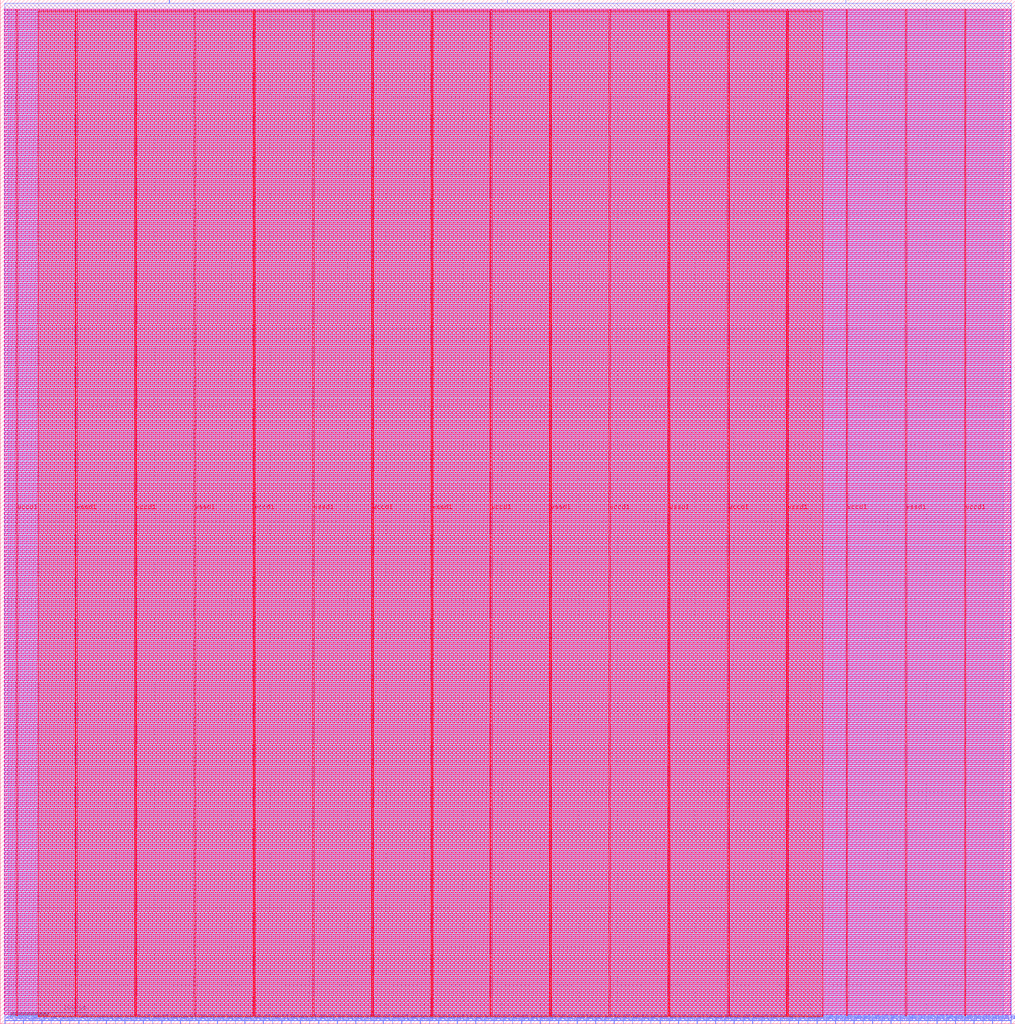
<source format=lef>
VERSION 5.7 ;
  NOWIREEXTENSIONATPIN ON ;
  DIVIDERCHAR "/" ;
  BUSBITCHARS "[]" ;
MACRO sudoku_accelerator_wrapper
  CLASS BLOCK ;
  FOREIGN sudoku_accelerator_wrapper ;
  ORIGIN 0.000 0.000 ;
  SIZE 1315.435 BY 1326.155 ;
  PIN la_rst
    DIRECTION INPUT ;
    USE SIGNAL ;
    PORT
      LAYER met2 ;
        RECT 1273.830 0.000 1274.110 4.000 ;
    END
  END la_rst
  PIN ser_rx
    DIRECTION INPUT ;
    USE SIGNAL ;
    PORT
      LAYER met2 ;
        RECT 219.050 1322.155 219.330 1326.155 ;
    END
  END ser_rx
  PIN ser_tx
    DIRECTION OUTPUT TRISTATE ;
    USE SIGNAL ;
    PORT
      LAYER met2 ;
        RECT 657.430 1322.155 657.710 1326.155 ;
    END
  END ser_tx
  PIN ser_tx_oeb
    DIRECTION OUTPUT TRISTATE ;
    USE SIGNAL ;
    PORT
      LAYER met2 ;
        RECT 1095.810 1322.155 1096.090 1326.155 ;
    END
  END ser_tx_oeb
  PIN user_irq[0]
    DIRECTION OUTPUT TRISTATE ;
    USE SIGNAL ;
    PORT
      LAYER met2 ;
        RECT 1285.790 0.000 1286.070 4.000 ;
    END
  END user_irq[0]
  PIN user_irq[1]
    DIRECTION OUTPUT TRISTATE ;
    USE SIGNAL ;
    PORT
      LAYER met2 ;
        RECT 1297.750 0.000 1298.030 4.000 ;
    END
  END user_irq[1]
  PIN user_irq[2]
    DIRECTION OUTPUT TRISTATE ;
    USE SIGNAL ;
    PORT
      LAYER met2 ;
        RECT 1309.710 0.000 1309.990 4.000 ;
    END
  END user_irq[2]
  PIN vccd1
    DIRECTION INPUT ;
    USE POWER ;
    PORT
      LAYER met4 ;
        RECT 21.040 10.640 22.640 1314.000 ;
    END
    PORT
      LAYER met4 ;
        RECT 174.640 10.640 176.240 1314.000 ;
    END
    PORT
      LAYER met4 ;
        RECT 328.240 10.640 329.840 1314.000 ;
    END
    PORT
      LAYER met4 ;
        RECT 481.840 10.640 483.440 1314.000 ;
    END
    PORT
      LAYER met4 ;
        RECT 635.440 10.640 637.040 1314.000 ;
    END
    PORT
      LAYER met4 ;
        RECT 789.040 10.640 790.640 1314.000 ;
    END
    PORT
      LAYER met4 ;
        RECT 942.640 10.640 944.240 1314.000 ;
    END
    PORT
      LAYER met4 ;
        RECT 1096.240 10.640 1097.840 1314.000 ;
    END
    PORT
      LAYER met4 ;
        RECT 1249.840 10.640 1251.440 1314.000 ;
    END
  END vccd1
  PIN vssd1
    DIRECTION INPUT ;
    USE GROUND ;
    PORT
      LAYER met4 ;
        RECT 97.840 10.640 99.440 1314.000 ;
    END
    PORT
      LAYER met4 ;
        RECT 251.440 10.640 253.040 1314.000 ;
    END
    PORT
      LAYER met4 ;
        RECT 405.040 10.640 406.640 1314.000 ;
    END
    PORT
      LAYER met4 ;
        RECT 558.640 10.640 560.240 1314.000 ;
    END
    PORT
      LAYER met4 ;
        RECT 712.240 10.640 713.840 1314.000 ;
    END
    PORT
      LAYER met4 ;
        RECT 865.840 10.640 867.440 1314.000 ;
    END
    PORT
      LAYER met4 ;
        RECT 1019.440 10.640 1021.040 1314.000 ;
    END
    PORT
      LAYER met4 ;
        RECT 1173.040 10.640 1174.640 1314.000 ;
    END
  END vssd1
  PIN wb_ack_o
    DIRECTION OUTPUT TRISTATE ;
    USE SIGNAL ;
    PORT
      LAYER met2 ;
        RECT 6.070 0.000 6.350 4.000 ;
    END
  END wb_ack_o
  PIN wb_adr_i[0]
    DIRECTION INPUT ;
    USE SIGNAL ;
    PORT
      LAYER met2 ;
        RECT 77.830 0.000 78.110 4.000 ;
    END
  END wb_adr_i[0]
  PIN wb_adr_i[10]
    DIRECTION INPUT ;
    USE SIGNAL ;
    PORT
      LAYER met2 ;
        RECT 484.470 0.000 484.750 4.000 ;
    END
  END wb_adr_i[10]
  PIN wb_adr_i[11]
    DIRECTION INPUT ;
    USE SIGNAL ;
    PORT
      LAYER met2 ;
        RECT 520.350 0.000 520.630 4.000 ;
    END
  END wb_adr_i[11]
  PIN wb_adr_i[12]
    DIRECTION INPUT ;
    USE SIGNAL ;
    PORT
      LAYER met2 ;
        RECT 556.230 0.000 556.510 4.000 ;
    END
  END wb_adr_i[12]
  PIN wb_adr_i[13]
    DIRECTION INPUT ;
    USE SIGNAL ;
    PORT
      LAYER met2 ;
        RECT 592.110 0.000 592.390 4.000 ;
    END
  END wb_adr_i[13]
  PIN wb_adr_i[14]
    DIRECTION INPUT ;
    USE SIGNAL ;
    PORT
      LAYER met2 ;
        RECT 627.990 0.000 628.270 4.000 ;
    END
  END wb_adr_i[14]
  PIN wb_adr_i[15]
    DIRECTION INPUT ;
    USE SIGNAL ;
    PORT
      LAYER met2 ;
        RECT 663.870 0.000 664.150 4.000 ;
    END
  END wb_adr_i[15]
  PIN wb_adr_i[16]
    DIRECTION INPUT ;
    USE SIGNAL ;
    PORT
      LAYER met2 ;
        RECT 699.750 0.000 700.030 4.000 ;
    END
  END wb_adr_i[16]
  PIN wb_adr_i[17]
    DIRECTION INPUT ;
    USE SIGNAL ;
    PORT
      LAYER met2 ;
        RECT 735.630 0.000 735.910 4.000 ;
    END
  END wb_adr_i[17]
  PIN wb_adr_i[18]
    DIRECTION INPUT ;
    USE SIGNAL ;
    PORT
      LAYER met2 ;
        RECT 771.510 0.000 771.790 4.000 ;
    END
  END wb_adr_i[18]
  PIN wb_adr_i[19]
    DIRECTION INPUT ;
    USE SIGNAL ;
    PORT
      LAYER met2 ;
        RECT 807.390 0.000 807.670 4.000 ;
    END
  END wb_adr_i[19]
  PIN wb_adr_i[1]
    DIRECTION INPUT ;
    USE SIGNAL ;
    PORT
      LAYER met2 ;
        RECT 125.670 0.000 125.950 4.000 ;
    END
  END wb_adr_i[1]
  PIN wb_adr_i[20]
    DIRECTION INPUT ;
    USE SIGNAL ;
    PORT
      LAYER met2 ;
        RECT 843.270 0.000 843.550 4.000 ;
    END
  END wb_adr_i[20]
  PIN wb_adr_i[21]
    DIRECTION INPUT ;
    USE SIGNAL ;
    PORT
      LAYER met2 ;
        RECT 879.150 0.000 879.430 4.000 ;
    END
  END wb_adr_i[21]
  PIN wb_adr_i[22]
    DIRECTION INPUT ;
    USE SIGNAL ;
    PORT
      LAYER met2 ;
        RECT 915.030 0.000 915.310 4.000 ;
    END
  END wb_adr_i[22]
  PIN wb_adr_i[23]
    DIRECTION INPUT ;
    USE SIGNAL ;
    PORT
      LAYER met2 ;
        RECT 950.910 0.000 951.190 4.000 ;
    END
  END wb_adr_i[23]
  PIN wb_adr_i[24]
    DIRECTION INPUT ;
    USE SIGNAL ;
    PORT
      LAYER met2 ;
        RECT 986.790 0.000 987.070 4.000 ;
    END
  END wb_adr_i[24]
  PIN wb_adr_i[25]
    DIRECTION INPUT ;
    USE SIGNAL ;
    PORT
      LAYER met2 ;
        RECT 1022.670 0.000 1022.950 4.000 ;
    END
  END wb_adr_i[25]
  PIN wb_adr_i[26]
    DIRECTION INPUT ;
    USE SIGNAL ;
    PORT
      LAYER met2 ;
        RECT 1058.550 0.000 1058.830 4.000 ;
    END
  END wb_adr_i[26]
  PIN wb_adr_i[27]
    DIRECTION INPUT ;
    USE SIGNAL ;
    PORT
      LAYER met2 ;
        RECT 1094.430 0.000 1094.710 4.000 ;
    END
  END wb_adr_i[27]
  PIN wb_adr_i[28]
    DIRECTION INPUT ;
    USE SIGNAL ;
    PORT
      LAYER met2 ;
        RECT 1130.310 0.000 1130.590 4.000 ;
    END
  END wb_adr_i[28]
  PIN wb_adr_i[29]
    DIRECTION INPUT ;
    USE SIGNAL ;
    PORT
      LAYER met2 ;
        RECT 1166.190 0.000 1166.470 4.000 ;
    END
  END wb_adr_i[29]
  PIN wb_adr_i[2]
    DIRECTION INPUT ;
    USE SIGNAL ;
    PORT
      LAYER met2 ;
        RECT 173.510 0.000 173.790 4.000 ;
    END
  END wb_adr_i[2]
  PIN wb_adr_i[30]
    DIRECTION INPUT ;
    USE SIGNAL ;
    PORT
      LAYER met2 ;
        RECT 1202.070 0.000 1202.350 4.000 ;
    END
  END wb_adr_i[30]
  PIN wb_adr_i[31]
    DIRECTION INPUT ;
    USE SIGNAL ;
    PORT
      LAYER met2 ;
        RECT 1237.950 0.000 1238.230 4.000 ;
    END
  END wb_adr_i[31]
  PIN wb_adr_i[3]
    DIRECTION INPUT ;
    USE SIGNAL ;
    PORT
      LAYER met2 ;
        RECT 221.350 0.000 221.630 4.000 ;
    END
  END wb_adr_i[3]
  PIN wb_adr_i[4]
    DIRECTION INPUT ;
    USE SIGNAL ;
    PORT
      LAYER met2 ;
        RECT 269.190 0.000 269.470 4.000 ;
    END
  END wb_adr_i[4]
  PIN wb_adr_i[5]
    DIRECTION INPUT ;
    USE SIGNAL ;
    PORT
      LAYER met2 ;
        RECT 305.070 0.000 305.350 4.000 ;
    END
  END wb_adr_i[5]
  PIN wb_adr_i[6]
    DIRECTION INPUT ;
    USE SIGNAL ;
    PORT
      LAYER met2 ;
        RECT 340.950 0.000 341.230 4.000 ;
    END
  END wb_adr_i[6]
  PIN wb_adr_i[7]
    DIRECTION INPUT ;
    USE SIGNAL ;
    PORT
      LAYER met2 ;
        RECT 376.830 0.000 377.110 4.000 ;
    END
  END wb_adr_i[7]
  PIN wb_adr_i[8]
    DIRECTION INPUT ;
    USE SIGNAL ;
    PORT
      LAYER met2 ;
        RECT 412.710 0.000 412.990 4.000 ;
    END
  END wb_adr_i[8]
  PIN wb_adr_i[9]
    DIRECTION INPUT ;
    USE SIGNAL ;
    PORT
      LAYER met2 ;
        RECT 448.590 0.000 448.870 4.000 ;
    END
  END wb_adr_i[9]
  PIN wb_clk_i
    DIRECTION INPUT ;
    USE SIGNAL ;
    PORT
      LAYER met2 ;
        RECT 18.030 0.000 18.310 4.000 ;
    END
  END wb_clk_i
  PIN wb_cyc_i
    DIRECTION INPUT ;
    USE SIGNAL ;
    PORT
      LAYER met2 ;
        RECT 29.990 0.000 30.270 4.000 ;
    END
  END wb_cyc_i
  PIN wb_dat_i[0]
    DIRECTION INPUT ;
    USE SIGNAL ;
    PORT
      LAYER met2 ;
        RECT 89.790 0.000 90.070 4.000 ;
    END
  END wb_dat_i[0]
  PIN wb_dat_i[10]
    DIRECTION INPUT ;
    USE SIGNAL ;
    PORT
      LAYER met2 ;
        RECT 496.430 0.000 496.710 4.000 ;
    END
  END wb_dat_i[10]
  PIN wb_dat_i[11]
    DIRECTION INPUT ;
    USE SIGNAL ;
    PORT
      LAYER met2 ;
        RECT 532.310 0.000 532.590 4.000 ;
    END
  END wb_dat_i[11]
  PIN wb_dat_i[12]
    DIRECTION INPUT ;
    USE SIGNAL ;
    PORT
      LAYER met2 ;
        RECT 568.190 0.000 568.470 4.000 ;
    END
  END wb_dat_i[12]
  PIN wb_dat_i[13]
    DIRECTION INPUT ;
    USE SIGNAL ;
    PORT
      LAYER met2 ;
        RECT 604.070 0.000 604.350 4.000 ;
    END
  END wb_dat_i[13]
  PIN wb_dat_i[14]
    DIRECTION INPUT ;
    USE SIGNAL ;
    PORT
      LAYER met2 ;
        RECT 639.950 0.000 640.230 4.000 ;
    END
  END wb_dat_i[14]
  PIN wb_dat_i[15]
    DIRECTION INPUT ;
    USE SIGNAL ;
    PORT
      LAYER met2 ;
        RECT 675.830 0.000 676.110 4.000 ;
    END
  END wb_dat_i[15]
  PIN wb_dat_i[16]
    DIRECTION INPUT ;
    USE SIGNAL ;
    PORT
      LAYER met2 ;
        RECT 711.710 0.000 711.990 4.000 ;
    END
  END wb_dat_i[16]
  PIN wb_dat_i[17]
    DIRECTION INPUT ;
    USE SIGNAL ;
    PORT
      LAYER met2 ;
        RECT 747.590 0.000 747.870 4.000 ;
    END
  END wb_dat_i[17]
  PIN wb_dat_i[18]
    DIRECTION INPUT ;
    USE SIGNAL ;
    PORT
      LAYER met2 ;
        RECT 783.470 0.000 783.750 4.000 ;
    END
  END wb_dat_i[18]
  PIN wb_dat_i[19]
    DIRECTION INPUT ;
    USE SIGNAL ;
    PORT
      LAYER met2 ;
        RECT 819.350 0.000 819.630 4.000 ;
    END
  END wb_dat_i[19]
  PIN wb_dat_i[1]
    DIRECTION INPUT ;
    USE SIGNAL ;
    PORT
      LAYER met2 ;
        RECT 137.630 0.000 137.910 4.000 ;
    END
  END wb_dat_i[1]
  PIN wb_dat_i[20]
    DIRECTION INPUT ;
    USE SIGNAL ;
    PORT
      LAYER met2 ;
        RECT 855.230 0.000 855.510 4.000 ;
    END
  END wb_dat_i[20]
  PIN wb_dat_i[21]
    DIRECTION INPUT ;
    USE SIGNAL ;
    PORT
      LAYER met2 ;
        RECT 891.110 0.000 891.390 4.000 ;
    END
  END wb_dat_i[21]
  PIN wb_dat_i[22]
    DIRECTION INPUT ;
    USE SIGNAL ;
    PORT
      LAYER met2 ;
        RECT 926.990 0.000 927.270 4.000 ;
    END
  END wb_dat_i[22]
  PIN wb_dat_i[23]
    DIRECTION INPUT ;
    USE SIGNAL ;
    PORT
      LAYER met2 ;
        RECT 962.870 0.000 963.150 4.000 ;
    END
  END wb_dat_i[23]
  PIN wb_dat_i[24]
    DIRECTION INPUT ;
    USE SIGNAL ;
    PORT
      LAYER met2 ;
        RECT 998.750 0.000 999.030 4.000 ;
    END
  END wb_dat_i[24]
  PIN wb_dat_i[25]
    DIRECTION INPUT ;
    USE SIGNAL ;
    PORT
      LAYER met2 ;
        RECT 1034.630 0.000 1034.910 4.000 ;
    END
  END wb_dat_i[25]
  PIN wb_dat_i[26]
    DIRECTION INPUT ;
    USE SIGNAL ;
    PORT
      LAYER met2 ;
        RECT 1070.510 0.000 1070.790 4.000 ;
    END
  END wb_dat_i[26]
  PIN wb_dat_i[27]
    DIRECTION INPUT ;
    USE SIGNAL ;
    PORT
      LAYER met2 ;
        RECT 1106.390 0.000 1106.670 4.000 ;
    END
  END wb_dat_i[27]
  PIN wb_dat_i[28]
    DIRECTION INPUT ;
    USE SIGNAL ;
    PORT
      LAYER met2 ;
        RECT 1142.270 0.000 1142.550 4.000 ;
    END
  END wb_dat_i[28]
  PIN wb_dat_i[29]
    DIRECTION INPUT ;
    USE SIGNAL ;
    PORT
      LAYER met2 ;
        RECT 1178.150 0.000 1178.430 4.000 ;
    END
  END wb_dat_i[29]
  PIN wb_dat_i[2]
    DIRECTION INPUT ;
    USE SIGNAL ;
    PORT
      LAYER met2 ;
        RECT 185.470 0.000 185.750 4.000 ;
    END
  END wb_dat_i[2]
  PIN wb_dat_i[30]
    DIRECTION INPUT ;
    USE SIGNAL ;
    PORT
      LAYER met2 ;
        RECT 1214.030 0.000 1214.310 4.000 ;
    END
  END wb_dat_i[30]
  PIN wb_dat_i[31]
    DIRECTION INPUT ;
    USE SIGNAL ;
    PORT
      LAYER met2 ;
        RECT 1249.910 0.000 1250.190 4.000 ;
    END
  END wb_dat_i[31]
  PIN wb_dat_i[3]
    DIRECTION INPUT ;
    USE SIGNAL ;
    PORT
      LAYER met2 ;
        RECT 233.310 0.000 233.590 4.000 ;
    END
  END wb_dat_i[3]
  PIN wb_dat_i[4]
    DIRECTION INPUT ;
    USE SIGNAL ;
    PORT
      LAYER met2 ;
        RECT 281.150 0.000 281.430 4.000 ;
    END
  END wb_dat_i[4]
  PIN wb_dat_i[5]
    DIRECTION INPUT ;
    USE SIGNAL ;
    PORT
      LAYER met2 ;
        RECT 317.030 0.000 317.310 4.000 ;
    END
  END wb_dat_i[5]
  PIN wb_dat_i[6]
    DIRECTION INPUT ;
    USE SIGNAL ;
    PORT
      LAYER met2 ;
        RECT 352.910 0.000 353.190 4.000 ;
    END
  END wb_dat_i[6]
  PIN wb_dat_i[7]
    DIRECTION INPUT ;
    USE SIGNAL ;
    PORT
      LAYER met2 ;
        RECT 388.790 0.000 389.070 4.000 ;
    END
  END wb_dat_i[7]
  PIN wb_dat_i[8]
    DIRECTION INPUT ;
    USE SIGNAL ;
    PORT
      LAYER met2 ;
        RECT 424.670 0.000 424.950 4.000 ;
    END
  END wb_dat_i[8]
  PIN wb_dat_i[9]
    DIRECTION INPUT ;
    USE SIGNAL ;
    PORT
      LAYER met2 ;
        RECT 460.550 0.000 460.830 4.000 ;
    END
  END wb_dat_i[9]
  PIN wb_dat_o[0]
    DIRECTION OUTPUT TRISTATE ;
    USE SIGNAL ;
    PORT
      LAYER met2 ;
        RECT 101.750 0.000 102.030 4.000 ;
    END
  END wb_dat_o[0]
  PIN wb_dat_o[10]
    DIRECTION OUTPUT TRISTATE ;
    USE SIGNAL ;
    PORT
      LAYER met2 ;
        RECT 508.390 0.000 508.670 4.000 ;
    END
  END wb_dat_o[10]
  PIN wb_dat_o[11]
    DIRECTION OUTPUT TRISTATE ;
    USE SIGNAL ;
    PORT
      LAYER met2 ;
        RECT 544.270 0.000 544.550 4.000 ;
    END
  END wb_dat_o[11]
  PIN wb_dat_o[12]
    DIRECTION OUTPUT TRISTATE ;
    USE SIGNAL ;
    PORT
      LAYER met2 ;
        RECT 580.150 0.000 580.430 4.000 ;
    END
  END wb_dat_o[12]
  PIN wb_dat_o[13]
    DIRECTION OUTPUT TRISTATE ;
    USE SIGNAL ;
    PORT
      LAYER met2 ;
        RECT 616.030 0.000 616.310 4.000 ;
    END
  END wb_dat_o[13]
  PIN wb_dat_o[14]
    DIRECTION OUTPUT TRISTATE ;
    USE SIGNAL ;
    PORT
      LAYER met2 ;
        RECT 651.910 0.000 652.190 4.000 ;
    END
  END wb_dat_o[14]
  PIN wb_dat_o[15]
    DIRECTION OUTPUT TRISTATE ;
    USE SIGNAL ;
    PORT
      LAYER met2 ;
        RECT 687.790 0.000 688.070 4.000 ;
    END
  END wb_dat_o[15]
  PIN wb_dat_o[16]
    DIRECTION OUTPUT TRISTATE ;
    USE SIGNAL ;
    PORT
      LAYER met2 ;
        RECT 723.670 0.000 723.950 4.000 ;
    END
  END wb_dat_o[16]
  PIN wb_dat_o[17]
    DIRECTION OUTPUT TRISTATE ;
    USE SIGNAL ;
    PORT
      LAYER met2 ;
        RECT 759.550 0.000 759.830 4.000 ;
    END
  END wb_dat_o[17]
  PIN wb_dat_o[18]
    DIRECTION OUTPUT TRISTATE ;
    USE SIGNAL ;
    PORT
      LAYER met2 ;
        RECT 795.430 0.000 795.710 4.000 ;
    END
  END wb_dat_o[18]
  PIN wb_dat_o[19]
    DIRECTION OUTPUT TRISTATE ;
    USE SIGNAL ;
    PORT
      LAYER met2 ;
        RECT 831.310 0.000 831.590 4.000 ;
    END
  END wb_dat_o[19]
  PIN wb_dat_o[1]
    DIRECTION OUTPUT TRISTATE ;
    USE SIGNAL ;
    PORT
      LAYER met2 ;
        RECT 149.590 0.000 149.870 4.000 ;
    END
  END wb_dat_o[1]
  PIN wb_dat_o[20]
    DIRECTION OUTPUT TRISTATE ;
    USE SIGNAL ;
    PORT
      LAYER met2 ;
        RECT 867.190 0.000 867.470 4.000 ;
    END
  END wb_dat_o[20]
  PIN wb_dat_o[21]
    DIRECTION OUTPUT TRISTATE ;
    USE SIGNAL ;
    PORT
      LAYER met2 ;
        RECT 903.070 0.000 903.350 4.000 ;
    END
  END wb_dat_o[21]
  PIN wb_dat_o[22]
    DIRECTION OUTPUT TRISTATE ;
    USE SIGNAL ;
    PORT
      LAYER met2 ;
        RECT 938.950 0.000 939.230 4.000 ;
    END
  END wb_dat_o[22]
  PIN wb_dat_o[23]
    DIRECTION OUTPUT TRISTATE ;
    USE SIGNAL ;
    PORT
      LAYER met2 ;
        RECT 974.830 0.000 975.110 4.000 ;
    END
  END wb_dat_o[23]
  PIN wb_dat_o[24]
    DIRECTION OUTPUT TRISTATE ;
    USE SIGNAL ;
    PORT
      LAYER met2 ;
        RECT 1010.710 0.000 1010.990 4.000 ;
    END
  END wb_dat_o[24]
  PIN wb_dat_o[25]
    DIRECTION OUTPUT TRISTATE ;
    USE SIGNAL ;
    PORT
      LAYER met2 ;
        RECT 1046.590 0.000 1046.870 4.000 ;
    END
  END wb_dat_o[25]
  PIN wb_dat_o[26]
    DIRECTION OUTPUT TRISTATE ;
    USE SIGNAL ;
    PORT
      LAYER met2 ;
        RECT 1082.470 0.000 1082.750 4.000 ;
    END
  END wb_dat_o[26]
  PIN wb_dat_o[27]
    DIRECTION OUTPUT TRISTATE ;
    USE SIGNAL ;
    PORT
      LAYER met2 ;
        RECT 1118.350 0.000 1118.630 4.000 ;
    END
  END wb_dat_o[27]
  PIN wb_dat_o[28]
    DIRECTION OUTPUT TRISTATE ;
    USE SIGNAL ;
    PORT
      LAYER met2 ;
        RECT 1154.230 0.000 1154.510 4.000 ;
    END
  END wb_dat_o[28]
  PIN wb_dat_o[29]
    DIRECTION OUTPUT TRISTATE ;
    USE SIGNAL ;
    PORT
      LAYER met2 ;
        RECT 1190.110 0.000 1190.390 4.000 ;
    END
  END wb_dat_o[29]
  PIN wb_dat_o[2]
    DIRECTION OUTPUT TRISTATE ;
    USE SIGNAL ;
    PORT
      LAYER met2 ;
        RECT 197.430 0.000 197.710 4.000 ;
    END
  END wb_dat_o[2]
  PIN wb_dat_o[30]
    DIRECTION OUTPUT TRISTATE ;
    USE SIGNAL ;
    PORT
      LAYER met2 ;
        RECT 1225.990 0.000 1226.270 4.000 ;
    END
  END wb_dat_o[30]
  PIN wb_dat_o[31]
    DIRECTION OUTPUT TRISTATE ;
    USE SIGNAL ;
    PORT
      LAYER met2 ;
        RECT 1261.870 0.000 1262.150 4.000 ;
    END
  END wb_dat_o[31]
  PIN wb_dat_o[3]
    DIRECTION OUTPUT TRISTATE ;
    USE SIGNAL ;
    PORT
      LAYER met2 ;
        RECT 245.270 0.000 245.550 4.000 ;
    END
  END wb_dat_o[3]
  PIN wb_dat_o[4]
    DIRECTION OUTPUT TRISTATE ;
    USE SIGNAL ;
    PORT
      LAYER met2 ;
        RECT 293.110 0.000 293.390 4.000 ;
    END
  END wb_dat_o[4]
  PIN wb_dat_o[5]
    DIRECTION OUTPUT TRISTATE ;
    USE SIGNAL ;
    PORT
      LAYER met2 ;
        RECT 328.990 0.000 329.270 4.000 ;
    END
  END wb_dat_o[5]
  PIN wb_dat_o[6]
    DIRECTION OUTPUT TRISTATE ;
    USE SIGNAL ;
    PORT
      LAYER met2 ;
        RECT 364.870 0.000 365.150 4.000 ;
    END
  END wb_dat_o[6]
  PIN wb_dat_o[7]
    DIRECTION OUTPUT TRISTATE ;
    USE SIGNAL ;
    PORT
      LAYER met2 ;
        RECT 400.750 0.000 401.030 4.000 ;
    END
  END wb_dat_o[7]
  PIN wb_dat_o[8]
    DIRECTION OUTPUT TRISTATE ;
    USE SIGNAL ;
    PORT
      LAYER met2 ;
        RECT 436.630 0.000 436.910 4.000 ;
    END
  END wb_dat_o[8]
  PIN wb_dat_o[9]
    DIRECTION OUTPUT TRISTATE ;
    USE SIGNAL ;
    PORT
      LAYER met2 ;
        RECT 472.510 0.000 472.790 4.000 ;
    END
  END wb_dat_o[9]
  PIN wb_rst_i
    DIRECTION INPUT ;
    USE SIGNAL ;
    PORT
      LAYER met2 ;
        RECT 41.950 0.000 42.230 4.000 ;
    END
  END wb_rst_i
  PIN wb_sel_i[0]
    DIRECTION INPUT ;
    USE SIGNAL ;
    PORT
      LAYER met2 ;
        RECT 113.710 0.000 113.990 4.000 ;
    END
  END wb_sel_i[0]
  PIN wb_sel_i[1]
    DIRECTION INPUT ;
    USE SIGNAL ;
    PORT
      LAYER met2 ;
        RECT 161.550 0.000 161.830 4.000 ;
    END
  END wb_sel_i[1]
  PIN wb_sel_i[2]
    DIRECTION INPUT ;
    USE SIGNAL ;
    PORT
      LAYER met2 ;
        RECT 209.390 0.000 209.670 4.000 ;
    END
  END wb_sel_i[2]
  PIN wb_sel_i[3]
    DIRECTION INPUT ;
    USE SIGNAL ;
    PORT
      LAYER met2 ;
        RECT 257.230 0.000 257.510 4.000 ;
    END
  END wb_sel_i[3]
  PIN wb_stb_i
    DIRECTION INPUT ;
    USE SIGNAL ;
    PORT
      LAYER met2 ;
        RECT 53.910 0.000 54.190 4.000 ;
    END
  END wb_stb_i
  PIN wb_we_i
    DIRECTION INPUT ;
    USE SIGNAL ;
    PORT
      LAYER met2 ;
        RECT 65.870 0.000 66.150 4.000 ;
    END
  END wb_we_i
  OBS
      LAYER nwell ;
        RECT 5.330 1312.345 1309.810 1313.950 ;
        RECT 5.330 1306.905 1309.810 1309.735 ;
        RECT 5.330 1301.465 1309.810 1304.295 ;
        RECT 5.330 1296.025 1309.810 1298.855 ;
        RECT 5.330 1290.585 1309.810 1293.415 ;
        RECT 5.330 1285.145 1309.810 1287.975 ;
        RECT 5.330 1279.705 1309.810 1282.535 ;
        RECT 5.330 1274.265 1309.810 1277.095 ;
        RECT 5.330 1268.825 1309.810 1271.655 ;
        RECT 5.330 1263.385 1309.810 1266.215 ;
        RECT 5.330 1257.945 1309.810 1260.775 ;
        RECT 5.330 1252.505 1309.810 1255.335 ;
        RECT 5.330 1247.065 1309.810 1249.895 ;
        RECT 5.330 1241.625 1309.810 1244.455 ;
        RECT 5.330 1236.185 1309.810 1239.015 ;
        RECT 5.330 1230.745 1309.810 1233.575 ;
        RECT 5.330 1225.305 1309.810 1228.135 ;
        RECT 5.330 1219.865 1309.810 1222.695 ;
        RECT 5.330 1214.425 1309.810 1217.255 ;
        RECT 5.330 1208.985 1309.810 1211.815 ;
        RECT 5.330 1203.545 1309.810 1206.375 ;
        RECT 5.330 1198.105 1309.810 1200.935 ;
        RECT 5.330 1192.665 1309.810 1195.495 ;
        RECT 5.330 1187.225 1309.810 1190.055 ;
        RECT 5.330 1181.785 1309.810 1184.615 ;
        RECT 5.330 1176.345 1309.810 1179.175 ;
        RECT 5.330 1170.905 1309.810 1173.735 ;
        RECT 5.330 1165.465 1309.810 1168.295 ;
        RECT 5.330 1160.025 1309.810 1162.855 ;
        RECT 5.330 1154.585 1309.810 1157.415 ;
        RECT 5.330 1149.145 1309.810 1151.975 ;
        RECT 5.330 1143.705 1309.810 1146.535 ;
        RECT 5.330 1138.265 1309.810 1141.095 ;
        RECT 5.330 1132.825 1309.810 1135.655 ;
        RECT 5.330 1127.385 1309.810 1130.215 ;
        RECT 5.330 1121.945 1309.810 1124.775 ;
        RECT 5.330 1116.505 1309.810 1119.335 ;
        RECT 5.330 1111.065 1309.810 1113.895 ;
        RECT 5.330 1105.625 1309.810 1108.455 ;
        RECT 5.330 1100.185 1309.810 1103.015 ;
        RECT 5.330 1094.745 1309.810 1097.575 ;
        RECT 5.330 1089.305 1309.810 1092.135 ;
        RECT 5.330 1083.865 1309.810 1086.695 ;
        RECT 5.330 1078.425 1309.810 1081.255 ;
        RECT 5.330 1072.985 1309.810 1075.815 ;
        RECT 5.330 1067.545 1309.810 1070.375 ;
        RECT 5.330 1062.105 1309.810 1064.935 ;
        RECT 5.330 1056.665 1309.810 1059.495 ;
        RECT 5.330 1051.225 1309.810 1054.055 ;
        RECT 5.330 1045.785 1309.810 1048.615 ;
        RECT 5.330 1040.345 1309.810 1043.175 ;
        RECT 5.330 1034.905 1309.810 1037.735 ;
        RECT 5.330 1029.465 1309.810 1032.295 ;
        RECT 5.330 1024.025 1309.810 1026.855 ;
        RECT 5.330 1018.585 1309.810 1021.415 ;
        RECT 5.330 1013.145 1309.810 1015.975 ;
        RECT 5.330 1007.705 1309.810 1010.535 ;
        RECT 5.330 1002.265 1309.810 1005.095 ;
        RECT 5.330 996.825 1309.810 999.655 ;
        RECT 5.330 991.385 1309.810 994.215 ;
        RECT 5.330 985.945 1309.810 988.775 ;
        RECT 5.330 980.505 1309.810 983.335 ;
        RECT 5.330 975.065 1309.810 977.895 ;
        RECT 5.330 969.625 1309.810 972.455 ;
        RECT 5.330 964.185 1309.810 967.015 ;
        RECT 5.330 958.745 1309.810 961.575 ;
        RECT 5.330 953.305 1309.810 956.135 ;
        RECT 5.330 947.865 1309.810 950.695 ;
        RECT 5.330 942.425 1309.810 945.255 ;
        RECT 5.330 936.985 1309.810 939.815 ;
        RECT 5.330 931.545 1309.810 934.375 ;
        RECT 5.330 926.105 1309.810 928.935 ;
        RECT 5.330 920.665 1309.810 923.495 ;
        RECT 5.330 915.225 1309.810 918.055 ;
        RECT 5.330 909.785 1309.810 912.615 ;
        RECT 5.330 904.345 1309.810 907.175 ;
        RECT 5.330 898.905 1309.810 901.735 ;
        RECT 5.330 893.465 1309.810 896.295 ;
        RECT 5.330 888.025 1309.810 890.855 ;
        RECT 5.330 882.585 1309.810 885.415 ;
        RECT 5.330 877.145 1309.810 879.975 ;
        RECT 5.330 871.705 1309.810 874.535 ;
        RECT 5.330 866.265 1309.810 869.095 ;
        RECT 5.330 860.825 1309.810 863.655 ;
        RECT 5.330 855.385 1309.810 858.215 ;
        RECT 5.330 849.945 1309.810 852.775 ;
        RECT 5.330 844.505 1309.810 847.335 ;
        RECT 5.330 839.065 1309.810 841.895 ;
        RECT 5.330 833.625 1309.810 836.455 ;
        RECT 5.330 828.185 1309.810 831.015 ;
        RECT 5.330 822.745 1309.810 825.575 ;
        RECT 5.330 817.305 1309.810 820.135 ;
        RECT 5.330 811.865 1309.810 814.695 ;
        RECT 5.330 806.425 1309.810 809.255 ;
        RECT 5.330 800.985 1309.810 803.815 ;
        RECT 5.330 795.545 1309.810 798.375 ;
        RECT 5.330 790.105 1309.810 792.935 ;
        RECT 5.330 784.665 1309.810 787.495 ;
        RECT 5.330 779.225 1309.810 782.055 ;
        RECT 5.330 773.785 1309.810 776.615 ;
        RECT 5.330 768.345 1309.810 771.175 ;
        RECT 5.330 762.905 1309.810 765.735 ;
        RECT 5.330 757.465 1309.810 760.295 ;
        RECT 5.330 752.025 1309.810 754.855 ;
        RECT 5.330 746.585 1309.810 749.415 ;
        RECT 5.330 741.145 1309.810 743.975 ;
        RECT 5.330 735.705 1309.810 738.535 ;
        RECT 5.330 730.265 1309.810 733.095 ;
        RECT 5.330 724.825 1309.810 727.655 ;
        RECT 5.330 719.385 1309.810 722.215 ;
        RECT 5.330 713.945 1309.810 716.775 ;
        RECT 5.330 708.505 1309.810 711.335 ;
        RECT 5.330 703.065 1309.810 705.895 ;
        RECT 5.330 697.625 1309.810 700.455 ;
        RECT 5.330 692.185 1309.810 695.015 ;
        RECT 5.330 686.745 1309.810 689.575 ;
        RECT 5.330 681.305 1309.810 684.135 ;
        RECT 5.330 675.865 1309.810 678.695 ;
        RECT 5.330 670.425 1309.810 673.255 ;
        RECT 5.330 664.985 1309.810 667.815 ;
        RECT 5.330 659.545 1309.810 662.375 ;
        RECT 5.330 654.105 1309.810 656.935 ;
        RECT 5.330 648.665 1309.810 651.495 ;
        RECT 5.330 643.225 1309.810 646.055 ;
        RECT 5.330 637.785 1309.810 640.615 ;
        RECT 5.330 632.345 1309.810 635.175 ;
        RECT 5.330 626.905 1309.810 629.735 ;
        RECT 5.330 621.465 1309.810 624.295 ;
        RECT 5.330 616.025 1309.810 618.855 ;
        RECT 5.330 610.585 1309.810 613.415 ;
        RECT 5.330 605.145 1309.810 607.975 ;
        RECT 5.330 599.705 1309.810 602.535 ;
        RECT 5.330 594.265 1309.810 597.095 ;
        RECT 5.330 588.825 1309.810 591.655 ;
        RECT 5.330 583.385 1309.810 586.215 ;
        RECT 5.330 577.945 1309.810 580.775 ;
        RECT 5.330 572.505 1309.810 575.335 ;
        RECT 5.330 567.065 1309.810 569.895 ;
        RECT 5.330 561.625 1309.810 564.455 ;
        RECT 5.330 556.185 1309.810 559.015 ;
        RECT 5.330 550.745 1309.810 553.575 ;
        RECT 5.330 545.305 1309.810 548.135 ;
        RECT 5.330 539.865 1309.810 542.695 ;
        RECT 5.330 534.425 1309.810 537.255 ;
        RECT 5.330 528.985 1309.810 531.815 ;
        RECT 5.330 523.545 1309.810 526.375 ;
        RECT 5.330 518.105 1309.810 520.935 ;
        RECT 5.330 512.665 1309.810 515.495 ;
        RECT 5.330 507.225 1309.810 510.055 ;
        RECT 5.330 501.785 1309.810 504.615 ;
        RECT 5.330 496.345 1309.810 499.175 ;
        RECT 5.330 490.905 1309.810 493.735 ;
        RECT 5.330 485.465 1309.810 488.295 ;
        RECT 5.330 480.025 1309.810 482.855 ;
        RECT 5.330 474.585 1309.810 477.415 ;
        RECT 5.330 469.145 1309.810 471.975 ;
        RECT 5.330 463.705 1309.810 466.535 ;
        RECT 5.330 458.265 1309.810 461.095 ;
        RECT 5.330 452.825 1309.810 455.655 ;
        RECT 5.330 447.385 1309.810 450.215 ;
        RECT 5.330 441.945 1309.810 444.775 ;
        RECT 5.330 436.505 1309.810 439.335 ;
        RECT 5.330 431.065 1309.810 433.895 ;
        RECT 5.330 425.625 1309.810 428.455 ;
        RECT 5.330 420.185 1309.810 423.015 ;
        RECT 5.330 414.745 1309.810 417.575 ;
        RECT 5.330 409.305 1309.810 412.135 ;
        RECT 5.330 403.865 1309.810 406.695 ;
        RECT 5.330 398.425 1309.810 401.255 ;
        RECT 5.330 392.985 1309.810 395.815 ;
        RECT 5.330 387.545 1309.810 390.375 ;
        RECT 5.330 382.105 1309.810 384.935 ;
        RECT 5.330 376.665 1309.810 379.495 ;
        RECT 5.330 371.225 1309.810 374.055 ;
        RECT 5.330 365.785 1309.810 368.615 ;
        RECT 5.330 360.345 1309.810 363.175 ;
        RECT 5.330 354.905 1309.810 357.735 ;
        RECT 5.330 349.465 1309.810 352.295 ;
        RECT 5.330 344.025 1309.810 346.855 ;
        RECT 5.330 338.585 1309.810 341.415 ;
        RECT 5.330 333.145 1309.810 335.975 ;
        RECT 5.330 327.705 1309.810 330.535 ;
        RECT 5.330 322.265 1309.810 325.095 ;
        RECT 5.330 316.825 1309.810 319.655 ;
        RECT 5.330 311.385 1309.810 314.215 ;
        RECT 5.330 305.945 1309.810 308.775 ;
        RECT 5.330 300.505 1309.810 303.335 ;
        RECT 5.330 295.065 1309.810 297.895 ;
        RECT 5.330 289.625 1309.810 292.455 ;
        RECT 5.330 284.185 1309.810 287.015 ;
        RECT 5.330 278.745 1309.810 281.575 ;
        RECT 5.330 273.305 1309.810 276.135 ;
        RECT 5.330 267.865 1309.810 270.695 ;
        RECT 5.330 262.425 1309.810 265.255 ;
        RECT 5.330 256.985 1309.810 259.815 ;
        RECT 5.330 251.545 1309.810 254.375 ;
        RECT 5.330 246.105 1309.810 248.935 ;
        RECT 5.330 240.665 1309.810 243.495 ;
        RECT 5.330 235.225 1309.810 238.055 ;
        RECT 5.330 229.785 1309.810 232.615 ;
        RECT 5.330 224.345 1309.810 227.175 ;
        RECT 5.330 218.905 1309.810 221.735 ;
        RECT 5.330 213.465 1309.810 216.295 ;
        RECT 5.330 208.025 1309.810 210.855 ;
        RECT 5.330 202.585 1309.810 205.415 ;
        RECT 5.330 197.145 1309.810 199.975 ;
        RECT 5.330 191.705 1309.810 194.535 ;
        RECT 5.330 186.265 1309.810 189.095 ;
        RECT 5.330 180.825 1309.810 183.655 ;
        RECT 5.330 175.385 1309.810 178.215 ;
        RECT 5.330 169.945 1309.810 172.775 ;
        RECT 5.330 164.505 1309.810 167.335 ;
        RECT 5.330 159.065 1309.810 161.895 ;
        RECT 5.330 153.625 1309.810 156.455 ;
        RECT 5.330 148.185 1309.810 151.015 ;
        RECT 5.330 142.745 1309.810 145.575 ;
        RECT 5.330 137.305 1309.810 140.135 ;
        RECT 5.330 131.865 1309.810 134.695 ;
        RECT 5.330 126.425 1309.810 129.255 ;
        RECT 5.330 120.985 1309.810 123.815 ;
        RECT 5.330 115.545 1309.810 118.375 ;
        RECT 5.330 110.105 1309.810 112.935 ;
        RECT 5.330 104.665 1309.810 107.495 ;
        RECT 5.330 99.225 1309.810 102.055 ;
        RECT 5.330 93.785 1309.810 96.615 ;
        RECT 5.330 88.345 1309.810 91.175 ;
        RECT 5.330 82.905 1309.810 85.735 ;
        RECT 5.330 77.465 1309.810 80.295 ;
        RECT 5.330 72.025 1309.810 74.855 ;
        RECT 5.330 66.585 1309.810 69.415 ;
        RECT 5.330 61.145 1309.810 63.975 ;
        RECT 5.330 55.705 1309.810 58.535 ;
        RECT 5.330 50.265 1309.810 53.095 ;
        RECT 5.330 44.825 1309.810 47.655 ;
        RECT 5.330 39.385 1309.810 42.215 ;
        RECT 5.330 33.945 1309.810 36.775 ;
        RECT 5.330 28.505 1309.810 31.335 ;
        RECT 5.330 23.065 1309.810 25.895 ;
        RECT 5.330 17.625 1309.810 20.455 ;
        RECT 5.330 12.185 1309.810 15.015 ;
      LAYER li1 ;
        RECT 5.520 6.885 1309.620 1313.845 ;
      LAYER met1 ;
        RECT 5.520 6.840 1310.010 1314.000 ;
      LAYER met2 ;
        RECT 6.080 1321.875 218.770 1322.155 ;
        RECT 219.610 1321.875 657.150 1322.155 ;
        RECT 657.990 1321.875 1095.530 1322.155 ;
        RECT 1096.370 1321.875 1309.980 1322.155 ;
        RECT 6.080 4.280 1309.980 1321.875 ;
        RECT 6.630 3.670 17.750 4.280 ;
        RECT 18.590 3.670 29.710 4.280 ;
        RECT 30.550 3.670 41.670 4.280 ;
        RECT 42.510 3.670 53.630 4.280 ;
        RECT 54.470 3.670 65.590 4.280 ;
        RECT 66.430 3.670 77.550 4.280 ;
        RECT 78.390 3.670 89.510 4.280 ;
        RECT 90.350 3.670 101.470 4.280 ;
        RECT 102.310 3.670 113.430 4.280 ;
        RECT 114.270 3.670 125.390 4.280 ;
        RECT 126.230 3.670 137.350 4.280 ;
        RECT 138.190 3.670 149.310 4.280 ;
        RECT 150.150 3.670 161.270 4.280 ;
        RECT 162.110 3.670 173.230 4.280 ;
        RECT 174.070 3.670 185.190 4.280 ;
        RECT 186.030 3.670 197.150 4.280 ;
        RECT 197.990 3.670 209.110 4.280 ;
        RECT 209.950 3.670 221.070 4.280 ;
        RECT 221.910 3.670 233.030 4.280 ;
        RECT 233.870 3.670 244.990 4.280 ;
        RECT 245.830 3.670 256.950 4.280 ;
        RECT 257.790 3.670 268.910 4.280 ;
        RECT 269.750 3.670 280.870 4.280 ;
        RECT 281.710 3.670 292.830 4.280 ;
        RECT 293.670 3.670 304.790 4.280 ;
        RECT 305.630 3.670 316.750 4.280 ;
        RECT 317.590 3.670 328.710 4.280 ;
        RECT 329.550 3.670 340.670 4.280 ;
        RECT 341.510 3.670 352.630 4.280 ;
        RECT 353.470 3.670 364.590 4.280 ;
        RECT 365.430 3.670 376.550 4.280 ;
        RECT 377.390 3.670 388.510 4.280 ;
        RECT 389.350 3.670 400.470 4.280 ;
        RECT 401.310 3.670 412.430 4.280 ;
        RECT 413.270 3.670 424.390 4.280 ;
        RECT 425.230 3.670 436.350 4.280 ;
        RECT 437.190 3.670 448.310 4.280 ;
        RECT 449.150 3.670 460.270 4.280 ;
        RECT 461.110 3.670 472.230 4.280 ;
        RECT 473.070 3.670 484.190 4.280 ;
        RECT 485.030 3.670 496.150 4.280 ;
        RECT 496.990 3.670 508.110 4.280 ;
        RECT 508.950 3.670 520.070 4.280 ;
        RECT 520.910 3.670 532.030 4.280 ;
        RECT 532.870 3.670 543.990 4.280 ;
        RECT 544.830 3.670 555.950 4.280 ;
        RECT 556.790 3.670 567.910 4.280 ;
        RECT 568.750 3.670 579.870 4.280 ;
        RECT 580.710 3.670 591.830 4.280 ;
        RECT 592.670 3.670 603.790 4.280 ;
        RECT 604.630 3.670 615.750 4.280 ;
        RECT 616.590 3.670 627.710 4.280 ;
        RECT 628.550 3.670 639.670 4.280 ;
        RECT 640.510 3.670 651.630 4.280 ;
        RECT 652.470 3.670 663.590 4.280 ;
        RECT 664.430 3.670 675.550 4.280 ;
        RECT 676.390 3.670 687.510 4.280 ;
        RECT 688.350 3.670 699.470 4.280 ;
        RECT 700.310 3.670 711.430 4.280 ;
        RECT 712.270 3.670 723.390 4.280 ;
        RECT 724.230 3.670 735.350 4.280 ;
        RECT 736.190 3.670 747.310 4.280 ;
        RECT 748.150 3.670 759.270 4.280 ;
        RECT 760.110 3.670 771.230 4.280 ;
        RECT 772.070 3.670 783.190 4.280 ;
        RECT 784.030 3.670 795.150 4.280 ;
        RECT 795.990 3.670 807.110 4.280 ;
        RECT 807.950 3.670 819.070 4.280 ;
        RECT 819.910 3.670 831.030 4.280 ;
        RECT 831.870 3.670 842.990 4.280 ;
        RECT 843.830 3.670 854.950 4.280 ;
        RECT 855.790 3.670 866.910 4.280 ;
        RECT 867.750 3.670 878.870 4.280 ;
        RECT 879.710 3.670 890.830 4.280 ;
        RECT 891.670 3.670 902.790 4.280 ;
        RECT 903.630 3.670 914.750 4.280 ;
        RECT 915.590 3.670 926.710 4.280 ;
        RECT 927.550 3.670 938.670 4.280 ;
        RECT 939.510 3.670 950.630 4.280 ;
        RECT 951.470 3.670 962.590 4.280 ;
        RECT 963.430 3.670 974.550 4.280 ;
        RECT 975.390 3.670 986.510 4.280 ;
        RECT 987.350 3.670 998.470 4.280 ;
        RECT 999.310 3.670 1010.430 4.280 ;
        RECT 1011.270 3.670 1022.390 4.280 ;
        RECT 1023.230 3.670 1034.350 4.280 ;
        RECT 1035.190 3.670 1046.310 4.280 ;
        RECT 1047.150 3.670 1058.270 4.280 ;
        RECT 1059.110 3.670 1070.230 4.280 ;
        RECT 1071.070 3.670 1082.190 4.280 ;
        RECT 1083.030 3.670 1094.150 4.280 ;
        RECT 1094.990 3.670 1106.110 4.280 ;
        RECT 1106.950 3.670 1118.070 4.280 ;
        RECT 1118.910 3.670 1130.030 4.280 ;
        RECT 1130.870 3.670 1141.990 4.280 ;
        RECT 1142.830 3.670 1153.950 4.280 ;
        RECT 1154.790 3.670 1165.910 4.280 ;
        RECT 1166.750 3.670 1177.870 4.280 ;
        RECT 1178.710 3.670 1189.830 4.280 ;
        RECT 1190.670 3.670 1201.790 4.280 ;
        RECT 1202.630 3.670 1213.750 4.280 ;
        RECT 1214.590 3.670 1225.710 4.280 ;
        RECT 1226.550 3.670 1237.670 4.280 ;
        RECT 1238.510 3.670 1249.630 4.280 ;
        RECT 1250.470 3.670 1261.590 4.280 ;
        RECT 1262.430 3.670 1273.550 4.280 ;
        RECT 1274.390 3.670 1285.510 4.280 ;
        RECT 1286.350 3.670 1297.470 4.280 ;
        RECT 1298.310 3.670 1309.430 4.280 ;
      LAYER met3 ;
        RECT 10.185 9.015 1299.895 1313.925 ;
      LAYER met4 ;
        RECT 49.055 10.240 97.440 1311.545 ;
        RECT 99.840 10.240 174.240 1311.545 ;
        RECT 176.640 10.240 251.040 1311.545 ;
        RECT 253.440 10.240 327.840 1311.545 ;
        RECT 330.240 10.240 404.640 1311.545 ;
        RECT 407.040 10.240 481.440 1311.545 ;
        RECT 483.840 10.240 558.240 1311.545 ;
        RECT 560.640 10.240 635.040 1311.545 ;
        RECT 637.440 10.240 711.840 1311.545 ;
        RECT 714.240 10.240 788.640 1311.545 ;
        RECT 791.040 10.240 865.440 1311.545 ;
        RECT 867.840 10.240 942.240 1311.545 ;
        RECT 944.640 10.240 1019.040 1311.545 ;
        RECT 1021.440 10.240 1065.985 1311.545 ;
        RECT 49.055 9.015 1065.985 10.240 ;
  END
END sudoku_accelerator_wrapper
END LIBRARY


</source>
